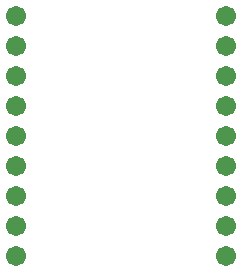
<source format=gbs>
G75*
%MOIN*%
%OFA0B0*%
%FSLAX25Y25*%
%IPPOS*%
%LPD*%
%AMOC8*
5,1,8,0,0,1.08239X$1,22.5*
%
%ADD10C,0.06737*%
D10*
X0007750Y0006500D03*
X0007750Y0016500D03*
X0007750Y0026500D03*
X0007750Y0036500D03*
X0007750Y0046500D03*
X0007750Y0056500D03*
X0007750Y0066500D03*
X0007750Y0076500D03*
X0007750Y0086500D03*
X0077750Y0086500D03*
X0077750Y0076500D03*
X0077750Y0066500D03*
X0077750Y0056500D03*
X0077750Y0046500D03*
X0077750Y0036500D03*
X0077750Y0026500D03*
X0077750Y0016500D03*
X0077750Y0006500D03*
M02*

</source>
